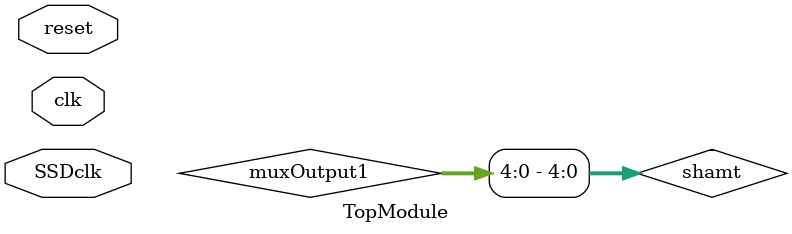
<source format=v>
`timescale 1ns / 1ps

module TopModule(
    input clk, reset, SSDclk
    );
    reg [7:0] PC_address; wire [5:0] PC_next;
    always @(posedge clk) begin
        if (reset) begin
            PC_address <= 6'h00;  
        end else begin
            PC_address <= PC_next;
        end
    end
    wire [31:0] instruction;
    InstructionMemory instrMem(.addr(PC_address[7:2]), .data_out(instruction));

    wire Branch, MemRead, MemtoReg; wire [1:0] ALUOp; wire memWrite, ALUSrc, RegWrite;
    CU control(instruction[6:2], Branch, MemRead, MemtoReg, ALUOp, memWrite, ALUSrc, RegWrite);

    wire [31:0] muxOutput2;
    wire [31:0] readData1, readData2;
    RegFile myReg(.read1(instruction[19:15]), .read2(instruction[24:20]), .write1(instruction[11:7]), .writeData(muxOutput2), .write(RegWrite), .rst(reset), .clk(clk), .read1Output(readData1), .read2Output(readData2));
    
    wire [31:0] immediate;
    ImmGen immedGen(instruction, immediate);

    wire [3:0] ALUsel;
    ALU_CU AlUcontrol(instruction[14:12], ALUOp, instruction[30], ALUsel);
    
    wire [31:0] result; wire zeroFlag;
    wire [31:0] muxOutput1;
    NBitMux2x1 #(32) my32mux(readData2, immediate, ALUSrc, muxOutput1);
    
    // Extract shift amount from lower 5 bits of muxOutput1
    wire [4:0] shamt; assign shamt = muxOutput1[4:0];
    ALU ALUU(readData1, muxOutput1, ALUsel, result, zeroFlag);
    
    wire [31:0] dataOut;
    DataMemory mem(clk, MemRead, memWrite, result[7:2], readData2, dataOut);
    
    NBitMux2x1 #(32) my32mux2(result, dataOut, MemtoReg, muxOutput2);

    wire [31:0] immShifted;
    NBitShiftLeft #(32) myShifter(immediate, immShifted);

    wire [5:0] branchPC; wire [5:0] PcIncrement;
    RCA #(6) myRCA32 (PC_address, immShifted[5:0], 1'b0, branchPC);
    RCA #(6) myRCA32v2 (PC_address, 6'd4, 1'b0, PcIncrement);
    wire selector;
    assign selector = Branch && zeroFlag;
    NBitMux2x1 #(8) my32mux3(PcIncrement, branchPC, selector, PC_next);

endmodule

</source>
